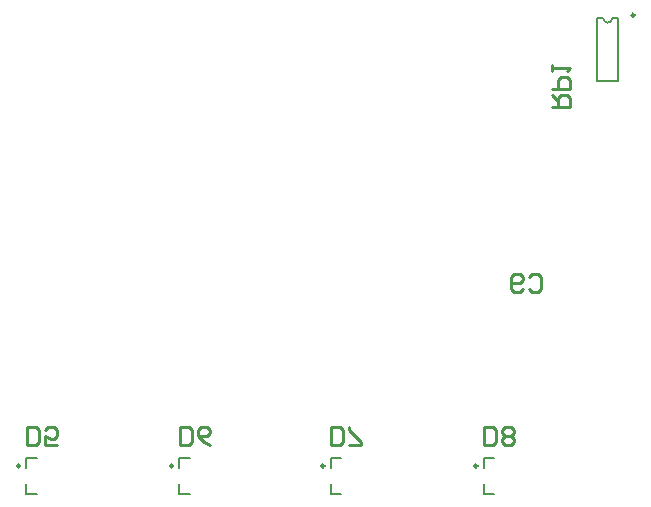
<source format=gbo>
G04 Layer_Color=32896*
%FSLAX25Y25*%
%MOIN*%
G70*
G01*
G75*
%ADD19C,0.01000*%
%ADD35C,0.00984*%
%ADD37C,0.00787*%
%ADD58C,0.00797*%
D19*
X477001Y286498D02*
X478001Y287498D01*
X480000D01*
X481000Y286498D01*
Y282500D01*
X480000Y281500D01*
X478001D01*
X477001Y282500D01*
X475002D02*
X474002Y281500D01*
X472003D01*
X471003Y282500D01*
Y286498D01*
X472003Y287498D01*
X474002D01*
X475002Y286498D01*
Y285499D01*
X474002Y284499D01*
X471003D01*
X484500Y343000D02*
X490498D01*
Y345999D01*
X489498Y346999D01*
X487499D01*
X486499Y345999D01*
Y343000D01*
Y344999D02*
X484500Y346999D01*
Y348998D02*
X490498D01*
Y351997D01*
X489498Y352997D01*
X487499D01*
X486499Y351997D01*
Y348998D01*
X484500Y354996D02*
Y356996D01*
Y355996D01*
X490498D01*
X489498Y354996D01*
X462000Y230502D02*
Y236500D01*
X464999D01*
X465999Y235500D01*
Y231502D01*
X464999Y230502D01*
X462000D01*
X467998Y231502D02*
X468998Y230502D01*
X470997D01*
X471997Y231502D01*
Y232501D01*
X470997Y233501D01*
X471997Y234501D01*
Y235500D01*
X470997Y236500D01*
X468998D01*
X467998Y235500D01*
Y234501D01*
X468998Y233501D01*
X467998Y232501D01*
Y231502D01*
X468998Y233501D02*
X470997D01*
X411000Y230502D02*
Y236500D01*
X413999D01*
X414999Y235500D01*
Y231502D01*
X413999Y230502D01*
X411000D01*
X416998D02*
X420997D01*
Y231502D01*
X416998Y235500D01*
Y236500D01*
X360500Y230502D02*
Y236500D01*
X363499D01*
X364499Y235500D01*
Y231502D01*
X363499Y230502D01*
X360500D01*
X370497D02*
X368497Y231502D01*
X366498Y233501D01*
Y235500D01*
X367498Y236500D01*
X369497D01*
X370497Y235500D01*
Y234501D01*
X369497Y233501D01*
X366498D01*
X309500Y230502D02*
Y236500D01*
X312499D01*
X313499Y235500D01*
Y231502D01*
X312499Y230502D01*
X309500D01*
X319497D02*
X315498D01*
Y233501D01*
X317497Y232501D01*
X318497D01*
X319497Y233501D01*
Y235500D01*
X318497Y236500D01*
X316498D01*
X315498Y235500D01*
D35*
X512092Y373592D02*
G03*
X512092Y373592I-492J0D01*
G01*
X459677Y223346D02*
G03*
X459677Y223346I-492J0D01*
G01*
X408677D02*
G03*
X408677Y223346I-492J0D01*
G01*
X358177D02*
G03*
X358177Y223346I-492J0D01*
G01*
X307177D02*
G03*
X307177Y223346I-492J0D01*
G01*
D37*
X461744Y214094D02*
Y217244D01*
Y214094D02*
X465287D01*
X461744Y222756D02*
Y225905D01*
X465287D01*
X410744Y214094D02*
Y217244D01*
Y214094D02*
X414287D01*
X410744Y222756D02*
Y225905D01*
X414287D01*
X360244Y214094D02*
Y217244D01*
Y214094D02*
X363787D01*
X360244Y222756D02*
Y225905D01*
X363787D01*
X309244Y214094D02*
Y217244D01*
Y214094D02*
X312787D01*
X309244Y222756D02*
Y225905D01*
X312787D01*
D58*
X503100Y371100D02*
G03*
X504514Y372514I0J1414D01*
G01*
X501686D02*
G03*
X503100Y371100I1414J0D01*
G01*
X499600Y351600D02*
Y372600D01*
Y351600D02*
X506600D01*
Y372600D01*
X499600D02*
X501600D01*
X504514Y372514D02*
X506514D01*
M02*

</source>
